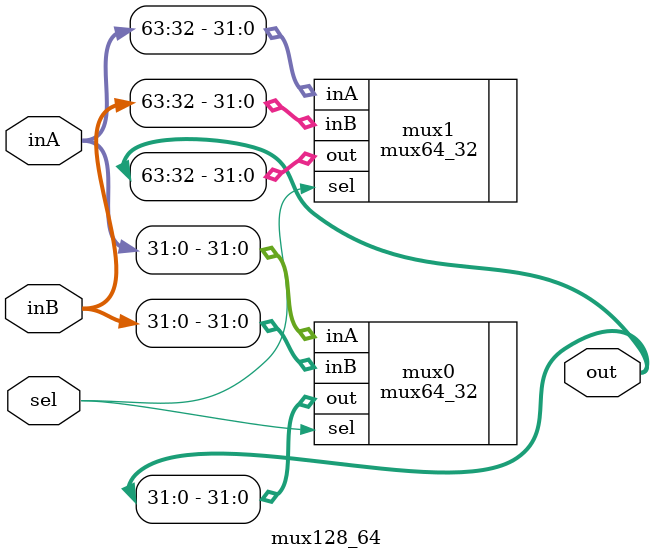
<source format=v>
module mux128_64 (inA, inB, sel, out);

    input [63:0] inA;
    input [63:0] inB;
    input sel;
    
    output [63:0] out;
    
    mux64_32 mux0 (.inA(inA[31:0]), .inB(inB[31:0]), .sel(sel), .out(out[31:0]));
    mux64_32 mux1 (.inA(inA[63:32]), .inB(inB[63:32]), .sel(sel), .out(out[63:32]));
    
endmodule

</source>
